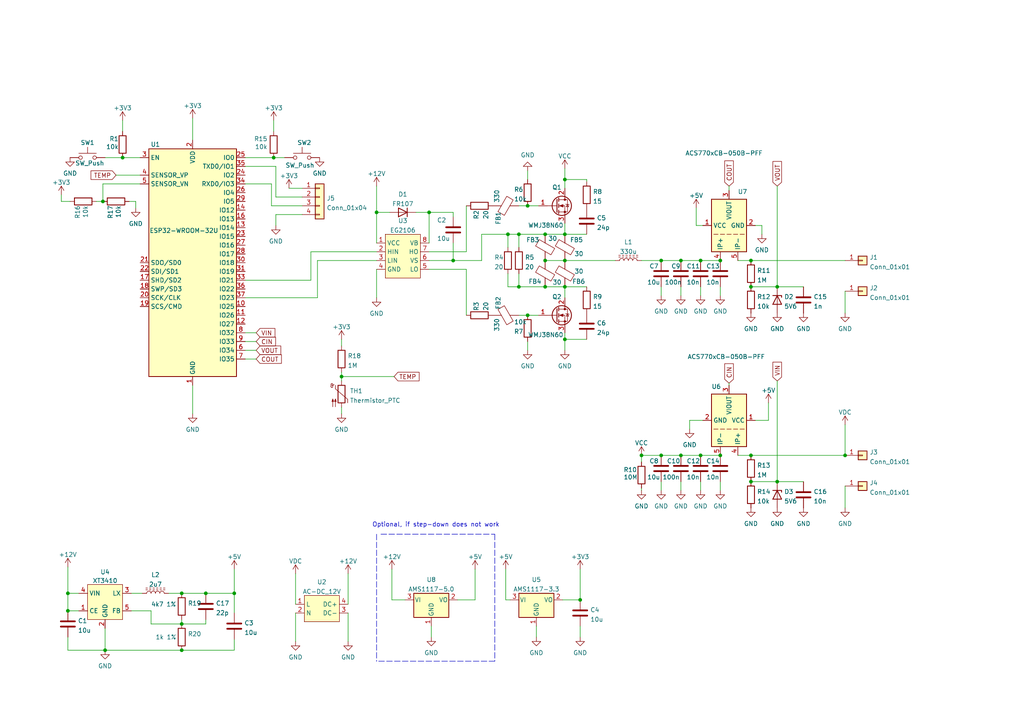
<source format=kicad_sch>
(kicad_sch (version 20211123) (generator eeschema)
  (paper "A4")
  (lib_symbols
    (symbol "2N7002_1" (pin_names hide)
      (property "Reference" "Q1" (at -1.1429 5.3535 0))
      (property "Value" "2N7002_1" (at -8.1279 -5.6766 0))
      (symbol "2N7002_1_1_1"
        (pin input line (at -5.08 0 0) (length 2.54) (name "G") (number "1"))
        (pin passive line (at 2.54 5.08 270) (length 2.54) (name "D") (number "2"))
        (pin passive line (at 2.54 -5.08 90) (length 2.54) (name "S") (number "3"))
      )
    )
    (symbol "Connector:Conn_01x01" (pin_names (offset 1.016) hide)
      (property "Reference" "J" (at 0 2.54 0))
      (property "Value" "Conn_01x01" (at 0 -2.54 0))
      (symbol "Conn_01x01_1_1"
        (pin passive line (at -5.08 0 0) (length 3.81) (name "Pin_1") (number "1"))
      )
    )
    (symbol "Connector:Conn_01x04" (pin_names (offset 1.016) hide)
      (property "Reference" "J" (at 0 5.08 0))
      (property "Value" "Conn_01x04" (at 0 -7.62 0))
      (symbol "Conn_01x04_1_1"
        (pin passive line (at -5.08 2.54 0) (length 3.81) (name "Pin_1") (number "1"))
        (pin passive line (at -5.08 0 0) (length 3.81) (name "Pin_2") (number "2"))
        (pin passive line (at -5.08 -2.54 0) (length 3.81) (name "Pin_3") (number "3"))
        (pin passive line (at -5.08 -5.08 0) (length 3.81) (name "Pin_4") (number "4"))
      )
    )
    (symbol "Device:C" (pin_numbers hide) (pin_names (offset 0.254))
      (property "Reference" "C" (at 0.635 2.54 0))
      (property "Value" "C" (at 0.635 -2.54 0))
      (symbol "C_1_1"
        (pin passive line (at 0 3.81 270) (length 2.794) (name "~") (number "1"))
        (pin passive line (at 0 -3.81 90) (length 2.794) (name "~") (number "2"))
      )
    )
    (symbol "Device:D" (pin_numbers hide) (pin_names (offset 1.016) hide)
      (property "Reference" "D" (at 0 2.54 0))
      (property "Value" "D" (at 0 -2.54 0))
      (symbol "D_1_1"
        (pin passive line (at -3.81 0 0) (length 2.54) (name "K") (number "1"))
        (pin passive line (at 3.81 0 180) (length 2.54) (name "A") (number "2"))
      )
    )
    (symbol "Device:D_Zener" (pin_numbers hide) (pin_names (offset 1.016) hide)
      (property "Reference" "D" (at 0 2.54 0))
      (property "Value" "D_Zener" (at 0 -2.54 0))
      (symbol "D_Zener_1_1"
        (pin passive line (at -3.81 0 0) (length 2.54) (name "K") (number "1"))
        (pin passive line (at 3.81 0 180) (length 2.54) (name "A") (number "2"))
      )
    )
    (symbol "Device:FerriteBead" (pin_numbers hide) (pin_names (offset 0))
      (property "Reference" "FB" (at -3.81 0.635 90))
      (property "Value" "FerriteBead" (at 3.81 0 90))
      (symbol "FerriteBead_1_1"
        (pin passive line (at 0 3.81 270) (length 2.54) (name "~") (number "1"))
        (pin passive line (at 0 -3.81 90) (length 2.54) (name "~") (number "2"))
      )
    )
    (symbol "Device:L_Ferrite" (pin_numbers hide) (pin_names (offset 1.016) hide)
      (property "Reference" "L" (at -1.27 0 90))
      (property "Value" "L_Ferrite" (at 2.794 0 90))
      (symbol "L_Ferrite_1_1"
        (pin passive line (at 0 3.81 270) (length 1.27) (name "1") (number "1"))
        (pin passive line (at 0 -3.81 90) (length 1.27) (name "2") (number "2"))
      )
    )
    (symbol "Device:R" (pin_numbers hide) (pin_names (offset 0))
      (property "Reference" "R" (at 2.032 0 90))
      (property "Value" "R" (at 0 0 90))
      (symbol "R_1_1"
        (pin passive line (at 0 3.81 270) (length 1.27) (name "~") (number "1"))
        (pin passive line (at 0 -3.81 90) (length 1.27) (name "~") (number "2"))
      )
    )
    (symbol "Device:Thermistor_PTC" (pin_numbers hide) (pin_names (offset 0))
      (property "Reference" "TH" (at -4.064 0 90))
      (property "Value" "Thermistor_PTC" (at 3.048 0 90))
      (symbol "Thermistor_PTC_1_1"
        (pin passive line (at 0 3.81 270) (length 1.27) (name "~") (number "1"))
        (pin passive line (at 0 -3.81 90) (length 1.27) (name "~") (number "2"))
      )
    )
    (symbol "RF_Module:ESP32-WROOM-32U"
      (property "Reference" "U" (at -12.7 34.29 0))
      (property "Value" "ESP32-WROOM-32U" (at 1.27 34.29 0))
      (symbol "ESP32-WROOM-32U_1_1"
        (pin power_in line (at 0 -35.56 90) (length 2.54) (name "GND") (number "1"))
        (pin bidirectional line (at 15.24 -12.7 180) (length 2.54) (name "IO25") (number "10"))
        (pin bidirectional line (at 15.24 -15.24 180) (length 2.54) (name "IO26") (number "11"))
        (pin bidirectional line (at 15.24 -17.78 180) (length 2.54) (name "IO27") (number "12"))
        (pin bidirectional line (at 15.24 10.16 180) (length 2.54) (name "IO14") (number "13"))
        (pin bidirectional line (at 15.24 15.24 180) (length 2.54) (name "IO12") (number "14"))
        (pin passive line (at 0 -35.56 90) (length 2.54) hide (name "GND") (number "15"))
        (pin bidirectional line (at 15.24 12.7 180) (length 2.54) (name "IO13") (number "16"))
        (pin bidirectional line (at -15.24 -5.08 0) (length 2.54) (name "SHD/SD2") (number "17"))
        (pin bidirectional line (at -15.24 -7.62 0) (length 2.54) (name "SWP/SD3") (number "18"))
        (pin bidirectional line (at -15.24 -12.7 0) (length 2.54) (name "SCS/CMD") (number "19"))
        (pin power_in line (at 0 35.56 270) (length 2.54) (name "VDD") (number "2"))
        (pin bidirectional line (at -15.24 -10.16 0) (length 2.54) (name "SCK/CLK") (number "20"))
        (pin bidirectional line (at -15.24 0 0) (length 2.54) (name "SDO/SD0") (number "21"))
        (pin bidirectional line (at -15.24 -2.54 0) (length 2.54) (name "SDI/SD1") (number "22"))
        (pin bidirectional line (at 15.24 7.62 180) (length 2.54) (name "IO15") (number "23"))
        (pin bidirectional line (at 15.24 25.4 180) (length 2.54) (name "IO2") (number "24"))
        (pin bidirectional line (at 15.24 30.48 180) (length 2.54) (name "IO0") (number "25"))
        (pin bidirectional line (at 15.24 20.32 180) (length 2.54) (name "IO4") (number "26"))
        (pin bidirectional line (at 15.24 5.08 180) (length 2.54) (name "IO16") (number "27"))
        (pin bidirectional line (at 15.24 2.54 180) (length 2.54) (name "IO17") (number "28"))
        (pin bidirectional line (at 15.24 17.78 180) (length 2.54) (name "IO5") (number "29"))
        (pin input line (at -15.24 30.48 0) (length 2.54) (name "EN") (number "3"))
        (pin bidirectional line (at 15.24 0 180) (length 2.54) (name "IO18") (number "30"))
        (pin bidirectional line (at 15.24 -2.54 180) (length 2.54) (name "IO19") (number "31"))
        (pin no_connect line (at -12.7 -27.94 0) (length 2.54) hide (name "NC") (number "32"))
        (pin bidirectional line (at 15.24 -5.08 180) (length 2.54) (name "IO21") (number "33"))
        (pin bidirectional line (at 15.24 22.86 180) (length 2.54) (name "RXD0/IO3") (number "34"))
        (pin bidirectional line (at 15.24 27.94 180) (length 2.54) (name "TXD0/IO1") (number "35"))
        (pin bidirectional line (at 15.24 -7.62 180) (length 2.54) (name "IO22") (number "36"))
        (pin bidirectional line (at 15.24 -10.16 180) (length 2.54) (name "IO23") (number "37"))
        (pin passive line (at 0 -35.56 90) (length 2.54) hide (name "GND") (number "38"))
        (pin passive line (at 0 -35.56 90) (length 2.54) hide (name "GND") (number "39"))
        (pin input line (at -15.24 25.4 0) (length 2.54) (name "SENSOR_VP") (number "4"))
        (pin input line (at -15.24 22.86 0) (length 2.54) (name "SENSOR_VN") (number "5"))
        (pin input line (at 15.24 -25.4 180) (length 2.54) (name "IO34") (number "6"))
        (pin input line (at 15.24 -27.94 180) (length 2.54) (name "IO35") (number "7"))
        (pin bidirectional line (at 15.24 -20.32 180) (length 2.54) (name "IO32") (number "8"))
        (pin bidirectional line (at 15.24 -22.86 180) (length 2.54) (name "IO33") (number "9"))
      )
    )
    (symbol "Regulator_Linear:AMS1117-3.3" (pin_names (offset 0.254))
      (property "Reference" "U" (at -3.81 3.175 0))
      (property "Value" "AMS1117-3.3" (at 0 3.175 0))
      (symbol "AMS1117-3.3_1_1"
        (pin power_in line (at 0 -7.62 90) (length 2.54) (name "GND") (number "1"))
        (pin power_out line (at 7.62 0 180) (length 2.54) (name "VO") (number "2"))
        (pin power_in line (at -7.62 0 0) (length 2.54) (name "VI") (number "3"))
      )
    )
    (symbol "Regulator_Linear:AMS1117-5.0" (pin_names (offset 0.254))
      (property "Reference" "U" (at -3.81 3.175 0))
      (property "Value" "AMS1117-5.0" (at 0 3.175 0))
      (symbol "AMS1117-5.0_1_1"
        (pin power_in line (at 0 -7.62 90) (length 2.54) (name "GND") (number "1"))
        (pin power_out line (at 7.62 0 180) (length 2.54) (name "VO") (number "2"))
        (pin power_in line (at -7.62 0 0) (length 2.54) (name "VI") (number "3"))
      )
    )
    (symbol "Sensor_Current:ACS770xCB-050B-PFF"
      (property "Reference" "U" (at -7.62 6.35 0))
      (property "Value" "ACS770xCB-050B-PFF" (at 2.54 6.35 0))
      (symbol "ACS770xCB-050B-PFF_1_1"
        (pin power_in line (at 0 7.62 270) (length 2.54) (name "VCC") (number "1"))
        (pin power_in line (at 0 -7.62 90) (length 2.54) (name "GND") (number "2"))
        (pin output line (at 10.16 0 180) (length 2.54) (name "VIOUT") (number "3"))
        (pin passive line (at -10.16 2.54 0) (length 2.54) (name "IP+") (number "4"))
        (pin passive line (at -10.16 -2.54 0) (length 2.54) (name "IP-") (number "5"))
      )
    )
    (symbol "SolarLibrary:AC-DC_12V"
      (property "Reference" "U" (at -3.81 8.89 0))
      (property "Value" "AC-DC_12V" (at 0 -1.27 0))
      (symbol "AC-DC_12V_1_1"
        (pin input line (at -7.62 5.08 0) (length 2.54) (name "L") (number "1"))
        (pin input line (at -7.62 2.54 0) (length 2.54) (name "N") (number "2"))
        (pin input line (at 7.62 2.54 180) (length 2.54) (name "DC-") (number "3"))
        (pin input line (at 7.62 5.08 180) (length 2.54) (name "DC+") (number "4"))
      )
    )
    (symbol "SolarLibrary:EG2106"
      (property "Reference" "U" (at -3.81 13.97 0))
      (property "Value" "EG2106" (at 0 -1.27 0))
      (symbol "EG2106_1_1"
        (pin input line (at -7.62 10.16 0) (length 2.54) (name "VCC") (number "1"))
        (pin input line (at -7.62 7.62 0) (length 2.54) (name "HIN") (number "2"))
        (pin input line (at -7.62 5.08 0) (length 2.54) (name "LIN") (number "3"))
        (pin input line (at -7.62 2.54 0) (length 2.54) (name "GND") (number "4"))
        (pin input line (at 7.62 2.54 180) (length 2.54) (name "LO") (number "5"))
        (pin input line (at 7.62 5.08 180) (length 2.54) (name "VS") (number "6"))
        (pin input line (at 7.62 7.62 180) (length 2.54) (name "HO") (number "7"))
        (pin input line (at 7.62 10.16 180) (length 2.54) (name "VB") (number "8"))
      )
    )
    (symbol "SolarLibrary:XT3410"
      (property "Reference" "U" (at -5.08 11.43 0))
      (property "Value" "XT3410" (at 3.81 11.43 0))
      (symbol "XT3410_1_1"
        (pin input line (at -7.62 2.54 0) (length 2.54) (name "CE") (number "1"))
        (pin input line (at 0 -2.54 90) (length 2.54) (name "GND") (number "2"))
        (pin input line (at 7.62 7.62 180) (length 2.54) (name "LX") (number "3"))
        (pin input line (at -7.62 7.62 0) (length 2.54) (name "VIN") (number "4"))
        (pin input line (at 7.62 2.54 180) (length 2.54) (name "FB") (number "5"))
      )
    )
    (symbol "Switch:SW_Push" (pin_numbers hide) (pin_names (offset 1.016) hide)
      (property "Reference" "SW" (at 1.27 2.54 0))
      (property "Value" "SW_Push" (at 0 -1.524 0))
      (symbol "SW_Push_0_1"
        (pin passive line (at -5.08 0 0) (length 2.54) (name "1") (number "1"))
        (pin passive line (at 5.08 0 180) (length 2.54) (name "2") (number "2"))
      )
    )
    (symbol "power:+12V" (power) (pin_names (offset 0))
      (property "Value" "+12V" (at 0 3.556 0))
      (symbol "+12V_1_1"
        (pin power_in line (at 0 0 90) (length 0) hide (name "+12V") (number "1"))
      )
    )
    (symbol "power:+3.3V" (power) (pin_names (offset 0))
      (property "Value" "+3.3V" (at 0 3.556 0))
      (symbol "+3.3V_1_1"
        (pin power_in line (at 0 0 90) (length 0) hide (name "+3V3") (number "1"))
      )
    )
    (symbol "power:+5V" (power) (pin_names (offset 0))
      (property "Value" "+5V" (at 0 3.556 0))
      (symbol "+5V_1_1"
        (pin power_in line (at 0 0 90) (length 0) hide (name "+5V") (number "1"))
      )
    )
    (symbol "power:GND" (power) (pin_names (offset 0))
      (property "Value" "GND" (at 0 -3.81 0))
      (symbol "GND_1_1"
        (pin power_in line (at 0 0 270) (length 0) hide (name "GND") (number "1"))
      )
    )
    (symbol "power:VCC" (power) (pin_names (offset 0))
      (property "Value" "VCC" (at 0 3.81 0))
      (symbol "VCC_1_1"
        (pin power_in line (at 0 0 90) (length 0) hide (name "VCC") (number "1"))
      )
    )
    (symbol "power:VDC" (power) (pin_names (offset 0))
      (property "Value" "VDC" (at 0 6.35 0))
      (symbol "VDC_1_1"
        (pin power_in line (at 0 0 90) (length 0) hide (name "VDC") (number "1"))
      )
    )
  )
  (junction (at 197.485 75.565))
  (junction (at 191.77 75.565))
  (junction (at 147.32 67.945))
  (junction (at 131.445 75.565))
  (junction (at 163.83 83.185))
  (junction (at 245.11 132.08))
  (junction (at 208.915 132.08))
  (junction (at 150.495 67.945))
  (junction (at 99.06 109.22))
  (junction (at 163.83 75.565))
  (junction (at 163.83 52.07))
  (junction (at 124.46 61.595))
  (junction (at 79.375 45.72))
  (junction (at 163.83 98.425))
  (junction (at 203.2 75.565))
  (junction (at 19.685 172.085))
  (junction (at 109.22 61.595))
  (junction (at 217.805 132.08))
  (junction (at 35.56 45.72))
  (junction (at 217.805 83.185))
  (junction (at 197.485 132.08))
  (junction (at 225.425 83.185))
  (junction (at 52.705 188.595))
  (junction (at 203.2 132.08))
  (junction (at 163.83 67.945))
  (junction (at 29.845 58.42))
  (junction (at 191.77 132.08))
  (junction (at 225.425 139.7))
  (junction (at 208.915 75.565))
  (junction (at 52.705 172.085))
  (junction (at 168.275 173.99))
  (junction (at 158.115 83.185))
  (junction (at 217.805 75.565))
  (junction (at 67.945 172.085))
  (junction (at 59.69 172.085))
  (junction (at 158.115 67.945))
  (junction (at 186.055 132.08))
  (junction (at 153.035 59.69))
  (junction (at 150.495 83.185))
  (junction (at 153.035 91.44))
  (junction (at 52.705 180.975))
  (junction (at 19.685 177.165))
  (junction (at 30.48 188.595))
  (junction (at 158.115 75.565))
  (junction (at 217.805 139.7))
  (wire (pts (xy 99.06 109.22) (xy 114.3 109.22)))
  (wire (pts (xy 79.375 34.925) (xy 79.375 38.1)))
  (wire (pts (xy 197.485 139.7) (xy 197.485 142.24)))
  (wire (pts (xy 150.495 91.44) (xy 153.035 91.44)))
  (wire (pts (xy 80.01 62.23) (xy 80.01 65.405)))
  (wire (pts (xy 87.63 62.23) (xy 80.01 62.23)))
  (polyline (pts (xy 143.51 154.94) (xy 143.51 191.77)))
  (wire (pts (xy 132.715 173.99) (xy 137.795 173.99)))
  (wire (pts (xy 146.685 165.1) (xy 146.685 173.99)))
  (wire (pts (xy 225.425 110.49) (xy 225.425 139.7)))
  (wire (pts (xy 52.705 180.975) (xy 59.69 180.975)))
  (wire (pts (xy 19.685 177.165) (xy 19.685 172.085)))
  (wire (pts (xy 201.93 65.405) (xy 201.93 60.325)))
  (wire (pts (xy 155.575 181.61) (xy 155.575 184.785)))
  (wire (pts (xy 55.88 111.76) (xy 55.88 120.015)))
  (wire (pts (xy 19.685 184.785) (xy 19.685 188.595)))
  (wire (pts (xy 100.965 177.8) (xy 100.965 186.055)))
  (wire (pts (xy 153.035 52.07) (xy 153.035 49.53)))
  (wire (pts (xy 109.22 61.595) (xy 113.03 61.595)))
  (wire (pts (xy 109.22 70.485) (xy 109.22 61.595)))
  (wire (pts (xy 124.46 75.565) (xy 131.445 75.565)))
  (wire (pts (xy 124.46 78.105) (xy 135.255 78.105)))
  (wire (pts (xy 135.255 78.105) (xy 135.255 91.44)))
  (wire (pts (xy 168.275 165.1) (xy 168.275 173.99)))
  (wire (pts (xy 208.915 83.185) (xy 208.915 85.725)))
  (wire (pts (xy 200.025 121.92) (xy 203.835 121.92)))
  (wire (pts (xy 113.665 173.99) (xy 117.475 173.99)))
  (wire (pts (xy 124.46 73.025) (xy 135.255 73.025)))
  (wire (pts (xy 135.255 59.69) (xy 135.255 73.025)))
  (wire (pts (xy 191.77 83.185) (xy 191.77 85.725)))
  (wire (pts (xy 19.685 172.085) (xy 22.86 172.085)))
  (wire (pts (xy 131.445 75.565) (xy 139.7 75.565)))
  (wire (pts (xy 139.7 67.945) (xy 147.32 67.945)))
  (wire (pts (xy 139.7 75.565) (xy 139.7 67.945)))
  (wire (pts (xy 52.705 172.085) (xy 59.69 172.085)))
  (wire (pts (xy 67.945 185.42) (xy 67.945 188.595)))
  (wire (pts (xy 146.685 173.99) (xy 147.955 173.99)))
  (polyline (pts (xy 109.22 154.94) (xy 109.22 191.77)))
  (wire (pts (xy 211.455 53.975) (xy 211.455 55.245)))
  (wire (pts (xy 19.685 188.595) (xy 30.48 188.595)))
  (wire (pts (xy 67.945 165.1) (xy 67.945 172.085)))
  (wire (pts (xy 201.93 65.405) (xy 203.835 65.405)))
  (wire (pts (xy 220.98 67.945) (xy 220.98 65.405)))
  (wire (pts (xy 33.655 50.8) (xy 40.64 50.8)))
  (wire (pts (xy 163.83 98.425) (xy 163.83 96.52)))
  (wire (pts (xy 170.18 98.425) (xy 163.83 98.425)))
  (wire (pts (xy 131.445 70.485) (xy 131.445 75.565)))
  (wire (pts (xy 30.48 188.595) (xy 30.48 182.245)))
  (wire (pts (xy 71.12 96.52) (xy 74.295 96.52)))
  (polyline (pts (xy 143.51 191.77) (xy 109.22 191.77)))
  (wire (pts (xy 99.06 98.425) (xy 99.06 100.33)))
  (wire (pts (xy 71.12 86.36) (xy 92.075 86.36)))
  (wire (pts (xy 92.075 75.565) (xy 109.22 75.565)))
  (wire (pts (xy 92.075 86.36) (xy 92.075 75.565)))
  (wire (pts (xy 99.06 118.11) (xy 99.06 120.015)))
  (wire (pts (xy 153.035 99.06) (xy 153.035 101.6)))
  (wire (pts (xy 170.18 52.07) (xy 170.18 52.705)))
  (wire (pts (xy 158.115 75.565) (xy 163.83 75.565)))
  (wire (pts (xy 150.495 79.375) (xy 150.495 83.185)))
  (wire (pts (xy 120.65 61.595) (xy 124.46 61.595)))
  (wire (pts (xy 124.46 61.595) (xy 124.46 70.485)))
  (wire (pts (xy 163.83 64.77) (xy 163.83 67.945)))
  (wire (pts (xy 203.2 139.7) (xy 203.2 142.24)))
  (wire (pts (xy 213.995 75.565) (xy 217.805 75.565)))
  (wire (pts (xy 217.805 75.565) (xy 245.11 75.565)))
  (wire (pts (xy 197.485 132.08) (xy 203.2 132.08)))
  (wire (pts (xy 163.83 67.945) (xy 170.18 67.945)))
  (wire (pts (xy 163.83 48.895) (xy 163.83 52.07)))
  (wire (pts (xy 168.275 181.61) (xy 168.275 184.785)))
  (wire (pts (xy 245.11 84.455) (xy 245.11 90.805)))
  (wire (pts (xy 71.12 101.6) (xy 74.295 101.6)))
  (wire (pts (xy 19.685 164.465) (xy 19.685 172.085)))
  (wire (pts (xy 163.83 83.185) (xy 170.18 83.185)))
  (wire (pts (xy 71.12 45.72) (xy 79.375 45.72)))
  (wire (pts (xy 79.375 45.72) (xy 82.55 45.72)))
  (wire (pts (xy 38.1 172.085) (xy 41.275 172.085)))
  (wire (pts (xy 59.69 180.975) (xy 59.69 179.705)))
  (wire (pts (xy 163.83 52.07) (xy 170.18 52.07)))
  (wire (pts (xy 163.83 54.61) (xy 163.83 52.07)))
  (wire (pts (xy 71.12 53.34) (xy 78.74 53.34)))
  (wire (pts (xy 78.74 53.34) (xy 78.74 59.69)))
  (wire (pts (xy 78.74 59.69) (xy 87.63 59.69)))
  (wire (pts (xy 197.485 83.185) (xy 197.485 85.725)))
  (wire (pts (xy 163.83 83.185) (xy 163.83 86.36)))
  (wire (pts (xy 109.22 53.975) (xy 109.22 61.595)))
  (wire (pts (xy 163.195 173.99) (xy 168.275 173.99)))
  (wire (pts (xy 219.075 121.92) (xy 222.885 121.92)))
  (wire (pts (xy 30.48 45.72) (xy 35.56 45.72)))
  (wire (pts (xy 35.56 45.72) (xy 40.64 45.72)))
  (wire (pts (xy 137.795 165.1) (xy 137.795 173.99)))
  (wire (pts (xy 71.12 81.28) (xy 90.17 81.28)))
  (wire (pts (xy 90.17 73.025) (xy 109.22 73.025)))
  (wire (pts (xy 90.17 81.28) (xy 90.17 73.025)))
  (wire (pts (xy 245.11 123.19) (xy 245.11 132.08)))
  (wire (pts (xy 48.895 172.085) (xy 52.705 172.085)))
  (wire (pts (xy 225.425 83.185) (xy 233.045 83.185)))
  (polyline (pts (xy 110.49 154.94) (xy 143.51 154.94)))
  (wire (pts (xy 71.12 48.26) (xy 80.01 48.26)))
  (wire (pts (xy 80.01 48.26) (xy 80.01 57.15)))
  (wire (pts (xy 80.01 57.15) (xy 87.63 57.15)))
  (wire (pts (xy 147.32 83.185) (xy 147.32 79.375)))
  (wire (pts (xy 150.495 83.185) (xy 147.32 83.185)))
  (wire (pts (xy 158.115 83.185) (xy 150.495 83.185)))
  (wire (pts (xy 163.83 83.185) (xy 158.115 83.185)))
  (wire (pts (xy 217.805 139.7) (xy 225.425 139.7)))
  (wire (pts (xy 71.12 99.06) (xy 74.295 99.06)))
  (wire (pts (xy 213.995 132.08) (xy 217.805 132.08)))
  (wire (pts (xy 219.075 65.405) (xy 220.98 65.405)))
  (wire (pts (xy 191.77 132.08) (xy 197.485 132.08)))
  (wire (pts (xy 71.12 104.14) (xy 74.295 104.14)))
  (wire (pts (xy 222.885 116.84) (xy 222.885 121.92)))
  (wire (pts (xy 245.11 140.97) (xy 245.11 147.32)))
  (wire (pts (xy 125.095 181.61) (xy 125.095 184.785)))
  (wire (pts (xy 100.965 166.37) (xy 100.965 175.26)))
  (wire (pts (xy 35.56 34.925) (xy 35.56 38.1)))
  (wire (pts (xy 43.815 177.165) (xy 43.815 180.975)))
  (wire (pts (xy 37.465 58.42) (xy 39.37 58.42)))
  (wire (pts (xy 39.37 58.42) (xy 39.37 60.325)))
  (wire (pts (xy 191.77 139.7) (xy 191.77 142.24)))
  (wire (pts (xy 124.46 61.595) (xy 131.445 61.595)))
  (wire (pts (xy 131.445 61.595) (xy 131.445 62.865)))
  (wire (pts (xy 17.78 56.515) (xy 17.78 58.42)))
  (wire (pts (xy 20.32 58.42) (xy 17.78 58.42)))
  (wire (pts (xy 163.83 75.565) (xy 178.435 75.565)))
  (wire (pts (xy 203.2 132.08) (xy 208.915 132.08)))
  (wire (pts (xy 211.455 111.125) (xy 211.455 111.76)))
  (wire (pts (xy 113.665 165.1) (xy 113.665 173.99)))
  (wire (pts (xy 67.945 172.085) (xy 67.945 177.8)))
  (wire (pts (xy 217.805 132.08) (xy 245.11 132.08)))
  (wire (pts (xy 225.425 139.7) (xy 233.045 139.7)))
  (wire (pts (xy 186.055 141.605) (xy 186.055 142.24)))
  (wire (pts (xy 186.055 132.08) (xy 191.77 132.08)))
  (wire (pts (xy 27.94 58.42) (xy 29.845 58.42)))
  (wire (pts (xy 29.845 53.34) (xy 40.64 53.34)))
  (wire (pts (xy 29.845 58.42) (xy 29.845 53.34)))
  (wire (pts (xy 83.82 54.61) (xy 87.63 54.61)))
  (wire (pts (xy 85.725 166.37) (xy 85.725 175.26)))
  (wire (pts (xy 52.705 188.595) (xy 30.48 188.595)))
  (wire (pts (xy 99.06 107.95) (xy 99.06 109.22)))
  (wire (pts (xy 99.06 109.22) (xy 99.06 110.49)))
  (wire (pts (xy 43.815 180.975) (xy 52.705 180.975)))
  (wire (pts (xy 203.2 83.185) (xy 203.2 85.725)))
  (wire (pts (xy 208.915 139.7) (xy 208.915 142.24)))
  (wire (pts (xy 59.69 172.085) (xy 67.945 172.085)))
  (wire (pts (xy 109.22 78.105) (xy 109.22 86.36)))
  (wire (pts (xy 55.88 34.29) (xy 55.88 40.64)))
  (wire (pts (xy 186.055 132.08) (xy 186.055 133.985)))
  (wire (pts (xy 153.035 91.44) (xy 156.21 91.44)))
  (wire (pts (xy 38.1 177.165) (xy 43.815 177.165)))
  (wire (pts (xy 67.945 188.595) (xy 52.705 188.595)))
  (wire (pts (xy 217.805 83.185) (xy 225.425 83.185)))
  (wire (pts (xy 225.425 53.975) (xy 225.425 83.185)))
  (wire (pts (xy 147.32 67.945) (xy 150.495 67.945)))
  (wire (pts (xy 147.32 71.755) (xy 147.32 67.945)))
  (wire (pts (xy 150.495 67.945) (xy 158.115 67.945)))
  (wire (pts (xy 158.115 67.945) (xy 163.83 67.945)))
  (wire (pts (xy 150.495 59.69) (xy 153.035 59.69)))
  (wire (pts (xy 153.035 59.69) (xy 156.21 59.69)))
  (wire (pts (xy 200.025 121.92) (xy 200.025 124.46)))
  (wire (pts (xy 22.86 177.165) (xy 19.685 177.165)))
  (wire (pts (xy 85.725 177.8) (xy 85.725 186.055)))
  (wire (pts (xy 150.495 67.945) (xy 150.495 71.755)))
  (wire (pts (xy 163.83 98.425) (xy 163.83 101.6)))
  (wire (pts (xy 52.705 180.975) (xy 52.705 179.705)))
  (wire (pts (xy 186.055 75.565) (xy 191.77 75.565)))
  (wire (pts (xy 191.77 75.565) (xy 197.485 75.565)))
  (wire (pts (xy 197.485 75.565) (xy 203.2 75.565)))
  (wire (pts (xy 203.2 75.565) (xy 208.915 75.565)))
  (text "Optional, if step-down does not work" (at 107.95 153.035 0) (effects (font (size 1.27 1.27)) (justify left bottom)))
  (global_label "TEMP" (shape input) (at 114.3 109.22 0) (property "Intersheet References" "${INTERSHEET_REFS}" (effects hide)))
  (global_label "VIN" (shape input) (at 74.295 96.52 0) (property "Intersheet References" "${INTERSHEET_REFS}" (effects hide)))
  (global_label "CIN" (shape input) (at 74.295 99.06 0) (property "Intersheet References" "${INTERSHEET_REFS}" (effects hide)))
  (global_label "VIN" (shape input) (at 225.425 110.49 90) (property "Intersheet References" "${INTERSHEET_REFS}" (effects hide)))
  (global_label "VOUT" (shape input) (at 74.295 101.6 0) (property "Intersheet References" "${INTERSHEET_REFS}" (effects hide)))
  (global_label "TEMP" (shape input) (at 33.655 50.8 180) (property "Intersheet References" "${INTERSHEET_REFS}" (effects hide)))
  (global_label "VOUT" (shape input) (at 225.425 53.975 90) (property "Intersheet References" "${INTERSHEET_REFS}" (effects hide)))
  (global_label "COUT" (shape input) (at 211.455 53.975 90) (property "Intersheet References" "${INTERSHEET_REFS}" (effects hide)))
  (global_label "CIN" (shape input) (at 211.455 111.125 90) (property "Intersheet References" "${INTERSHEET_REFS}" (effects hide)))
  (global_label "COUT" (shape input) (at 74.295 104.14 0) (property "Intersheet References" "${INTERSHEET_REFS}" (effects hide)))
  (symbol (lib_id "power:GND") (at 203.2 85.725 0) (unit 1)
    (property "Reference" "#PWR0106" (effects hide))
    (property "Value" "GND" (at 203.2 90.2876 0))
  )
  (symbol (lib_id "Connector:Conn_01x01") (at 250.19 84.455 0) (unit 1)
    (property "Reference" "J2" (at 252.2221 83.5465 0) (effects (justify left)))
    (property "Value" "Conn_01x01" (at 252.2221 86.3216 0) (effects (justify left)))
    (property "Footprint" "HiPowerFP:Keystone_7808" (effects hide))
    (property "Datasheet" "${KIPRJMOD}/datasheets/7808_keystone.pdf" (effects hide))
  )
  (symbol (lib_id "power:+12V") (at 109.22 53.975 0) (unit 1)
    (property "Reference" "#PWR0101" (effects hide))
    (property "Value" "+12V" (at 109.22 50.3704 0))
  )
  (symbol (lib_id "Regulator_Linear:AMS1117-5.0") (at 125.095 173.99 0) (unit 1)
    (property "Reference" "U8" (at 125.095 168.1184 0))
    (property "Value" "AMS1117-5.0" (at 125.095 170.8935 0))
    (property "Footprint" "Package_TO_SOT_SMD:SOT-223-3_TabPin2" (effects hide))
    (property "Datasheet" "http://www.advanced-monolithic.com/pdf/ds1117.pdf" (effects hide))
  )
  (symbol (lib_id "power:VCC") (at 186.055 132.08 0) (unit 1)
    (property "Reference" "#PWR0127" (effects hide))
    (property "Value" "VCC" (at 186.055 128.4754 0))
  )
  (symbol (lib_id "Device:C") (at 59.69 175.895 0) (unit 1)
    (property "Reference" "C17" (at 62.6111 174.9865 0) (effects (justify left)))
    (property "Value" "22p" (at 62.6111 177.7616 0) (effects (justify left)))
    (property "Footprint" "Capacitor_SMD:C_1206_3216Metric" (effects hide))
  )
  (symbol (lib_id "Device:C") (at 208.915 79.375 0) (unit 1)
    (property "Reference" "C13" (at 204.8511 77.1965 0) (effects (justify left)))
    (property "Value" "10n" (at 204.8511 81.8766 0) (effects (justify left)))
    (property "Footprint" "Capacitor_SMD:C_1812_4532Metric" (effects hide))
  )
  (symbol (lib_id "Device:R") (at 153.035 55.88 0) (unit 1)
    (property "Reference" "R6" (at 149.0981 54.9715 0) (effects (justify left)))
    (property "Value" "10k" (at 149.0981 57.7466 0) (effects (justify left)))
    (property "Footprint" "Resistor_SMD:R_1206_3216Metric" (effects hide))
  )
  (symbol (lib_id "Device:C") (at 67.945 181.61 0) (unit 1)
    (property "Reference" "C3" (at 70.8661 180.7015 0) (effects (justify left)))
    (property "Value" "10u" (at 70.8661 183.4766 0) (effects (justify left)))
    (property "Footprint" "Capacitor_SMD:C_1206_3216Metric" (effects hide))
  )
  (symbol (lib_id "power:GND") (at 203.2 142.24 0) (unit 1)
    (property "Reference" "#PWR0122" (effects hide))
    (property "Value" "GND" (at 203.2 146.8026 0))
  )
  (symbol (lib_id "Device:C") (at 203.2 79.375 0) (unit 1)
    (property "Reference" "C11" (at 199.1361 77.1965 0) (effects (justify left)))
    (property "Value" "10n" (at 199.1361 81.8766 0) (effects (justify left)))
    (property "Footprint" "Capacitor_SMD:C_1812_4532Metric" (effects hide))
  )
  (symbol (lib_id "power:GND") (at 109.22 86.36 0) (unit 1)
    (property "Reference" "#PWR0142" (effects hide))
    (property "Value" "GND" (at 109.22 90.9226 0))
  )
  (symbol (lib_id "power:+5V") (at 222.885 116.84 0) (unit 1)
    (property "Reference" "#PWR0128" (effects hide))
    (property "Value" "+5V" (at 222.885 113.2354 0))
  )
  (symbol (lib_id "Device:L_Ferrite") (at 182.245 75.565 90) (unit 1)
    (property "Reference" "L1" (at 182.245 70.2014 90))
    (property "Value" "330u" (at 182.245 72.9765 90))
    (property "Footprint" "Inductor_THT:L_Toroid_Vertical_L54.0mm_W23.8mm_P20.10mm_Bourns_5700" (effects hide))
  )
  (symbol (lib_id "Device:C") (at 233.045 86.995 0) (unit 1)
    (property "Reference" "C15" (at 235.9661 86.0865 0) (effects (justify left)))
    (property "Value" "1n" (at 235.9661 88.8616 0) (effects (justify left)))
    (property "Footprint" "Capacitor_SMD:C_1206_3216Metric" (effects hide))
  )
  (symbol (lib_id "Device:R") (at 139.065 59.69 90) (unit 1)
    (property "Reference" "R2" (at 138.1565 63.6269 0) (effects (justify left)))
    (property "Value" "20" (at 140.9316 63.6269 0) (effects (justify left)))
    (property "Footprint" "Resistor_SMD:R_1206_3216Metric" (effects hide))
  )
  (symbol (lib_id "power:GND") (at 217.805 90.805 0) (unit 1)
    (property "Reference" "#PWR0120" (effects hide))
    (property "Value" "GND" (at 217.805 95.3676 0))
  )
  (symbol (lib_id "power:GND") (at 20.32 45.72 0) (unit 1)
    (property "Reference" "#PWR0145" (effects hide))
    (property "Value" "GND" (at 20.32 50.2826 0))
  )
  (symbol (lib_id "power:GND") (at 153.035 49.53 180) (unit 1)
    (property "Reference" "#PWR0110" (effects hide))
    (property "Value" "GND" (at 153.035 44.9674 0))
  )
  (symbol (lib_id "power:+3.3V") (at 83.82 54.61 0) (unit 1)
    (property "Reference" "#PWR0148" (effects hide))
    (property "Value" "+3.3V" (at 83.82 51.0054 0))
  )
  (symbol (lib_id "power:GND") (at 197.485 85.725 0) (unit 1)
    (property "Reference" "#PWR0105" (effects hide))
    (property "Value" "GND" (at 197.485 90.2876 0))
  )
  (symbol (lib_id "Device:R") (at 52.705 184.785 0) (unit 1)
    (property "Reference" "R20" (at 54.4831 183.8765 0) (effects (justify left)))
    (property "Value" "1k 1%" (at 45.085 184.785 0) (effects (justify left)))
    (property "Footprint" "Resistor_SMD:R_1206_3216Metric" (effects hide))
  )
  (symbol (lib_id "Device:R") (at 35.56 41.91 180) (unit 1)
    (property "Reference" "R1" (at 34.4169 40.2785 0) (effects (justify left)))
    (property "Value" "10k" (at 34.4169 42.5834 0) (effects (justify left)))
    (property "Footprint" "Resistor_SMD:R_1206_3216Metric" (effects hide))
  )
  (symbol (lib_id "Device:C") (at 197.485 135.89 0) (unit 1)
    (property "Reference" "C10" (at 193.4211 133.7115 0) (effects (justify left)))
    (property "Value" "100n" (at 192.1511 138.3916 0) (effects (justify left)))
    (property "Footprint" "Capacitor_SMD:C_1812_4532Metric" (effects hide))
  )
  (symbol (lib_id "Device:R") (at 217.805 79.375 0) (unit 1)
    (property "Reference" "R11" (at 219.5831 78.4665 0) (effects (justify left)))
    (property "Value" "1M" (at 219.5831 81.2416 0) (effects (justify left)))
    (property "Footprint" "Resistor_SMD:R_1206_3216Metric" (effects hide))
  )
  (symbol (lib_id "power:+5V") (at 67.945 165.1 0) (unit 1)
    (property "Reference" "#PWR0153" (effects hide))
    (property "Value" "+5V" (at 67.945 161.4954 0))
  )
  (symbol (lib_id "Device:R") (at 153.035 95.25 0) (mirror x) (unit 1)
    (property "Reference" "R7" (at 149.0981 96.1585 0) (effects (justify left)))
    (property "Value" "10k" (at 149.0981 93.3834 0) (effects (justify left)))
    (property "Footprint" "Resistor_SMD:R_1206_3216Metric" (effects hide))
  )
  (symbol (lib_id "power:GND") (at 55.88 120.015 0) (unit 1)
    (property "Reference" "#PWR0141" (effects hide))
    (property "Value" "GND" (at 55.88 124.5776 0))
  )
  (symbol (lib_id "power:+5V") (at 201.93 60.325 0) (unit 1)
    (property "Reference" "#PWR0108" (effects hide))
    (property "Value" "+5V" (at 201.93 56.7204 0))
  )
  (symbol (lib_id "Device:C") (at 203.2 135.89 0) (unit 1)
    (property "Reference" "C12" (at 199.1361 133.7115 0) (effects (justify left)))
    (property "Value" "10n" (at 199.1361 138.3916 0) (effects (justify left)))
    (property "Footprint" "Capacitor_SMD:C_1812_4532Metric" (effects hide))
  )
  (symbol (lib_id "Device:FerriteBead") (at 158.115 71.755 0) (unit 1)
    (property "Reference" "FB3" (at 152.6287 69.5765 0) (effects (justify left)))
    (property "Value" "30" (at 158.9787 69.1766 0) (effects (justify left)))
    (property "Footprint" "Inductor_SMD:L_1206_3216Metric" (effects hide))
  )
  (symbol (lib_id "RF_Module:ESP32-WROOM-32U") (at 55.88 76.2 0) (unit 1)
    (property "Reference" "U1" (at 45.085 41.8804 0))
    (property "Value" "ESP32-WROOM-32U" (at 53.34 66.8805 0))
    (property "Footprint" "WLAN modules:ESP32-WROOM-32" (effects hide))
    (property "Datasheet" "https://www.espressif.com/sites/default/files/documentation/esp32-wroom-32d_esp32-wroom-32u_datasheet_en.pdf" (effects hide))
  )
  (symbol (lib_id "Device:FerriteBead") (at 163.83 79.375 0) (unit 1)
    (property "Reference" "FB6" (at 165.9637 81.6415 0) (effects (justify left)))
    (property "Value" "30" (at 166.5987 78.7016 0) (effects (justify left)))
    (property "Footprint" "Inductor_SMD:L_1206_3216Metric" (effects hide))
  )
  (symbol (lib_id "power:GND") (at 191.77 142.24 0) (unit 1)
    (property "Reference" "#PWR0124" (effects hide))
    (property "Value" "GND" (at 191.77 146.8026 0))
  )
  (symbol (lib_id "power:GND") (at 80.01 65.405 0) (unit 1)
    (property "Reference" "#PWR0143" (effects hide))
    (property "Value" "GND" (at 80.01 69.9676 0))
  )
  (symbol (lib_id "power:+12V") (at 113.665 165.1 0) (unit 1)
    (property "Reference" "#PWR0154" (effects hide))
    (property "Value" "+12V" (at 113.665 161.4954 0))
  )
  (symbol (lib_id "Device:FerriteBead") (at 146.685 91.44 90) (mirror x) (unit 1)
    (property "Reference" "FB2" (at 144.5065 85.9537 0) (effects (justify left)))
    (property "Value" "330" (at 144.1066 92.3037 0) (effects (justify left)))
    (property "Footprint" "Inductor_SMD:L_1206_3216Metric" (effects hide))
  )
  (symbol (lib_id "Device:R") (at 150.495 75.565 0) (unit 1)
    (property "Reference" "R5" (at 152.2731 74.6565 0) (effects (justify left)))
    (property "Value" "20" (at 152.2731 77.4316 0) (effects (justify left)))
    (property "Footprint" "Resistor_SMD:R_1206_3216Metric" (effects hide))
  )
  (symbol (lib_id "Device:R") (at 147.32 75.565 0) (unit 1)
    (property "Reference" "R4" (at 143.3831 74.6565 0) (effects (justify left)))
    (property "Value" "20" (at 143.3831 77.4316 0) (effects (justify left)))
    (property "Footprint" "Resistor_SMD:R_1206_3216Metric" (effects hide))
  )
  (symbol (lib_id "power:+5V") (at 146.685 165.1 0) (unit 1)
    (property "Reference" "#PWR0139" (effects hide))
    (property "Value" "+5V" (at 146.685 161.4954 0))
  )
  (symbol (lib_id "Device:R") (at 217.805 86.995 0) (unit 1)
    (property "Reference" "R12" (at 219.5831 86.0865 0) (effects (justify left)))
    (property "Value" "10k" (at 219.5831 88.8616 0) (effects (justify left)))
    (property "Footprint" "Resistor_SMD:R_1206_3216Metric" (effects hide))
  )
  (symbol (lib_id "power:GND") (at 225.425 147.32 0) (unit 1)
    (property "Reference" "#PWR0115" (effects hide))
    (property "Value" "GND" (at 225.425 151.8826 0))
  )
  (symbol (lib_id "Connector:Conn_01x01") (at 250.19 75.565 0) (unit 1)
    (property "Reference" "J1" (at 252.2221 74.6565 0) (effects (justify left)))
    (property "Value" "Conn_01x01" (at 252.2221 77.4316 0) (effects (justify left)))
    (property "Footprint" "HiPowerFP:Keystone_7808" (effects hide))
    (property "Datasheet" "${KIPRJMOD}/datasheets/7808_keystone.pdf" (effects hide))
  )
  (symbol (lib_id "Device:R") (at 99.06 104.14 0) (unit 1)
    (property "Reference" "R18" (at 100.8381 103.2315 0) (effects (justify left)))
    (property "Value" "1M" (at 100.8381 106.0066 0) (effects (justify left)))
    (property "Footprint" "Resistor_SMD:R_1206_3216Metric" (effects hide))
  )
  (symbol (lib_id "Device:R") (at 79.375 41.91 180) (unit 1)
    (property "Reference" "R15" (at 77.5969 40.2785 0) (effects (justify left)))
    (property "Value" "10k" (at 77.5969 42.5834 0) (effects (justify left)))
    (property "Footprint" "Resistor_SMD:R_1206_3216Metric" (effects hide))
  )
  (symbol (lib_id "Device:C") (at 191.77 135.89 0) (unit 1)
    (property "Reference" "C8" (at 188.3411 133.7115 0) (effects (justify left)))
    (property "Value" "10u" (at 187.7061 138.3916 0) (effects (justify left)))
    (property "Footprint" "HiPowerFP:CP_Rect_L42.0mm_T20.0mm_H40.0mm" (effects hide))
  )
  (symbol (lib_id "Sensor_Current:ACS770xCB-050B-PFF") (at 211.455 65.405 90) (unit 1)
    (property "Reference" "U7" (at 213.9951 55.6065 90) (effects (justify right)))
    (property "Value" "ACS770xCB-050B-PFF" (at 198.7551 44.4116 90) (effects (justify right)))
    (property "Footprint" "Sensor_Current:Allegro_CB_PFF" (effects hide))
    (property "Datasheet" "http://www.allegromicro.com/~/media/Files/Datasheets/ACS758-Datasheet.ashx?la=en" (effects hide))
  )
  (symbol (lib_id "Device:C") (at 170.18 94.615 0) (unit 1)
    (property "Reference" "C6" (at 173.1011 93.7065 0) (effects (justify left)))
    (property "Value" "24p" (at 173.1011 96.4816 0) (effects (justify left)))
    (property "Footprint" "Capacitor_SMD:C_1206_3216Metric" (effects hide))
  )
  (symbol (lib_id "Connector:Conn_01x01") (at 250.19 132.08 0) (unit 1)
    (property "Reference" "J3" (at 252.2221 131.1715 0) (effects (justify left)))
    (property "Value" "Conn_01x01" (at 252.2221 133.9466 0) (effects (justify left)))
    (property "Footprint" "HiPowerFP:Keystone_7808" (effects hide))
    (property "Datasheet" "${KIPRJMOD}/datasheets/7808_keystone.pdf" (effects hide))
  )
  (symbol (lib_id "power:GND") (at 217.805 147.32 0) (unit 1)
    (property "Reference" "#PWR0116" (effects hide))
    (property "Value" "GND" (at 217.805 151.8826 0))
  )
  (symbol (lib_id "SolarLibrary:AC-DC_12V") (at 93.345 180.34 0) (unit 1)
    (property "Reference" "U2" (at 93.345 168.8042 0))
    (property "Value" "AC-DC_12V" (at 93.345 171.5793 0))
    (property "Footprint" "HiPowerFP:HLK-PM12" (effects hide))
    (property "Datasheet" "https://datasheet.lcsc.com/szlcsc/1909111105_HI-LINK-HLK-PM24_C399250.pdf" (effects hide))
  )
  (symbol (lib_id "Device:R") (at 170.18 56.515 0) (unit 1)
    (property "Reference" "R8" (at 171.9581 55.6065 0) (effects (justify left)))
    (property "Value" "15" (at 171.9581 58.3816 0) (effects (justify left)))
    (property "Footprint" "Resistor_SMD:R_1206_3216Metric" (effects hide))
  )
  (symbol (lib_id "Device:FerriteBead") (at 158.115 79.375 0) (unit 1)
    (property "Reference" "FB4" (at 153.2637 81.6415 0) (effects (justify left)))
    (property "Value" "30" (at 160.2487 81.8766 0) (effects (justify left)))
    (property "Footprint" "Inductor_SMD:L_1206_3216Metric" (effects hide))
  )
  (symbol (lib_id "power:+12V") (at 100.965 166.37 0) (unit 1)
    (property "Reference" "#PWR0137" (effects hide))
    (property "Value" "+12V" (at 100.965 162.7654 0))
  )
  (symbol (lib_id "power:GND") (at 125.095 184.785 0) (unit 1)
    (property "Reference" "#PWR0155" (effects hide))
    (property "Value" "GND" (at 125.095 189.3476 0))
  )
  (symbol (lib_id "Device:R") (at 33.655 58.42 270) (unit 1)
    (property "Reference" "R17" (at 32.0235 59.5631 0) (effects (justify left)))
    (property "Value" "10k" (at 34.3284 59.5631 0) (effects (justify left)))
    (property "Footprint" "Resistor_SMD:R_1206_3216Metric" (effects hide))
  )
  (symbol (lib_id "Switch:SW_Push") (at 25.4 45.72 0) (unit 1)
    (property "Reference" "SW1" (at 25.4 41.3724 0))
    (property "Value" "SW_Push" (at 26.035 47.3225 0))
    (property "Footprint" "Button_Switch_SMD:SW_Push_1P1T_NO_6x6mm_H9.5mm" (effects hide))
  )
  (symbol (lib_id "Device:D") (at 116.84 61.595 180) (unit 1)
    (property "Reference" "D1" (at 116.84 56.3584 0))
    (property "Value" "FR107" (at 116.84 59.1335 0))
    (property "Footprint" "Diode_SMD:D_SOD-123" (effects hide))
    (property "Datasheet" "${KIPRJMOD}/datasheets/JSMSEMI-FR107.pdf" (effects hide))
    (property "Distributor" "www.lcsc.com" (effects hide))
  )
  (symbol (lib_id "power:GND") (at 155.575 184.785 0) (unit 1)
    (property "Reference" "#PWR0134" (effects hide))
    (property "Value" "GND" (at 155.575 189.3476 0))
  )
  (symbol (lib_id "power:GND") (at 233.045 147.32 0) (unit 1)
    (property "Reference" "#PWR0117" (effects hide))
    (property "Value" "GND" (at 233.045 151.8826 0))
  )
  (symbol (lib_id "Device:C") (at 170.18 64.135 0) (unit 1)
    (property "Reference" "C5" (at 173.1011 63.2265 0) (effects (justify left)))
    (property "Value" "24p" (at 173.1011 66.0016 0) (effects (justify left)))
    (property "Footprint" "Capacitor_SMD:C_1206_3216Metric" (effects hide))
  )
  (symbol (lib_name "2N7002_1") (lib_id "Transistor_FET:2N7002") (at 161.29 91.44 0) (unit 1)
    (property "Reference" "Q2" (at 160.1471 86.0865 0) (effects (justify left)))
    (property "Value" "WMJ38N60" (at 153.1621 97.1166 0) (effects (justify left)))
    (property "Footprint" "Package_TO_SOT_THT:TO-247-3_Vertical" (effects hide))
    (property "Datasheet" "https://www.onsemi.com/pub/Collateral/NDS7002A-D.PDF" (effects hide))
  )
  (symbol (lib_id "power:GND") (at 186.055 142.24 0) (unit 1)
    (property "Reference" "#PWR0126" (effects hide))
    (property "Value" "GND" (at 186.055 146.8026 0))
  )
  (symbol (lib_id "Regulator_Linear:AMS1117-3.3") (at 155.575 173.99 0) (unit 1)
    (property "Reference" "U5" (at 155.575 168.1184 0))
    (property "Value" "AMS1117-3.3" (at 155.575 170.8935 0))
    (property "Footprint" "Package_TO_SOT_SMD:SOT-223-3_TabPin2" (effects hide))
    (property "Datasheet" "http://www.advanced-monolithic.com/pdf/ds1117.pdf" (effects hide))
  )
  (symbol (lib_id "power:GND") (at 197.485 142.24 0) (unit 1)
    (property "Reference" "#PWR0125" (effects hide))
    (property "Value" "GND" (at 197.485 146.8026 0))
  )
  (symbol (lib_id "power:GND") (at 220.98 67.945 0) (unit 1)
    (property "Reference" "#PWR0107" (effects hide))
    (property "Value" "GND" (at 220.98 72.5076 0))
  )
  (symbol (lib_id "Device:C") (at 233.045 143.51 0) (unit 1)
    (property "Reference" "C16" (at 235.9661 142.6015 0) (effects (justify left)))
    (property "Value" "10n" (at 235.9661 145.3766 0) (effects (justify left)))
    (property "Footprint" "Capacitor_SMD:C_1206_3216Metric" (effects hide))
  )
  (symbol (lib_id "power:+3.3V") (at 55.88 34.29 0) (unit 1)
    (property "Reference" "#PWR0140" (effects hide))
    (property "Value" "+3.3V" (at 55.88 30.6854 0))
  )
  (symbol (lib_id "Device:D_Zener") (at 225.425 143.51 270) (unit 1)
    (property "Reference" "D3" (at 227.4571 142.6015 90) (effects (justify left)))
    (property "Value" "5V6" (at 227.4571 145.3766 90) (effects (justify left)))
    (property "Footprint" "Diode_SMD:D_1206_3216Metric" (effects hide))
  )
  (symbol (lib_id "Device:R") (at 24.13 58.42 270) (unit 1)
    (property "Reference" "R16" (at 22.4985 59.5631 0) (effects (justify left)))
    (property "Value" "10k" (at 24.8034 59.5631 0) (effects (justify left)))
    (property "Footprint" "Resistor_SMD:R_1206_3216Metric" (effects hide))
  )
  (symbol (lib_id "power:GND") (at 191.77 85.725 0) (unit 1)
    (property "Reference" "#PWR0119" (effects hide))
    (property "Value" "GND" (at 191.77 90.2876 0))
  )
  (symbol (lib_id "power:GND") (at 245.11 90.805 0) (unit 1)
    (property "Reference" "#PWR0118" (effects hide))
    (property "Value" "GND" (at 245.11 95.3676 0))
  )
  (symbol (lib_id "Device:Thermistor_PTC") (at 99.06 114.3 0) (unit 1)
    (property "Reference" "TH1" (at 101.4731 113.3915 0) (effects (justify left)))
    (property "Value" "Thermistor_PTC" (at 101.4731 116.1666 0) (effects (justify left)))
    (property "Footprint" "Connector_PinHeader_2.54mm:PinHeader_1x02_P2.54mm_Vertical" (effects hide))
  )
  (symbol (lib_id "Device:L_Ferrite") (at 45.085 172.085 90) (unit 1)
    (property "Reference" "L2" (at 45.085 166.7214 90))
    (property "Value" "2u7" (at 45.085 169.4965 90))
    (property "Footprint" "Inductor_SMD:L_1206_3216Metric" (effects hide))
  )
  (symbol (lib_id "SolarLibrary:EG2106") (at 116.84 80.645 0) (unit 1)
    (property "Reference" "U3" (at 116.84 64.0292 0))
    (property "Value" "EG2106" (at 116.84 66.8043 0))
    (property "Footprint" "Package_SO:SO-8_3.9x4.9mm_P1.27mm" (effects hide))
  )
  (symbol (lib_id "Sensor_Current:ACS770xCB-050B-PFF") (at 211.455 121.92 270) (mirror x) (unit 1)
    (property "Reference" "U6" (at 206.3751 112.1215 90) (effects (justify left)))
    (property "Value" "ACS770xCB-050B-PFF" (at 199.3901 103.4666 90) (effects (justify left)))
    (property "Footprint" "Sensor_Current:Allegro_CB_PFF" (effects hide))
    (property "Datasheet" "http://www.allegromicro.com/~/media/Files/Datasheets/ACS758-Datasheet.ashx?la=en" (effects hide))
  )
  (symbol (lib_id "power:GND") (at 200.025 124.46 0) (unit 1)
    (property "Reference" "#PWR0123" (effects hide))
    (property "Value" "GND" (at 200.025 129.0226 0))
  )
  (symbol (lib_id "Device:R") (at 217.805 135.89 0) (unit 1)
    (property "Reference" "R13" (at 219.5831 134.9815 0) (effects (justify left)))
    (property "Value" "1M" (at 219.5831 137.7566 0) (effects (justify left)))
    (property "Footprint" "Resistor_SMD:R_1206_3216Metric" (effects hide))
  )
  (symbol (lib_id "Device:R") (at 217.805 143.51 0) (unit 1)
    (property "Reference" "R14" (at 219.5831 142.6015 0) (effects (justify left)))
    (property "Value" "10k" (at 219.5831 145.3766 0) (effects (justify left)))
    (property "Footprint" "Resistor_SMD:R_1206_3216Metric" (effects hide))
  )
  (symbol (lib_id "Device:R") (at 170.18 86.995 0) (unit 1)
    (property "Reference" "R9" (at 171.9581 86.0865 0) (effects (justify left)))
    (property "Value" "15" (at 171.9581 88.8616 0) (effects (justify left)))
    (property "Footprint" "Resistor_SMD:R_1206_3216Metric" (effects hide))
  )
  (symbol (lib_name "2N7002_1") (lib_id "Transistor_FET:2N7002") (at 161.29 59.69 0) (unit 1)
    (property "Reference" "Q1" (at 160.1471 54.3365 0) (effects (justify left)))
    (property "Value" "WMJ38N60" (at 153.1621 65.3666 0) (effects (justify left)))
    (property "Footprint" "Package_TO_SOT_THT:TO-247-3_Vertical" (effects hide))
    (property "Datasheet" "https://www.onsemi.com/pub/Collateral/NDS7002A-D.PDF" (effects hide))
  )
  (symbol (lib_id "Device:C") (at 197.485 79.375 0) (unit 1)
    (property "Reference" "C9" (at 194.6911 77.1965 0) (effects (justify left)))
    (property "Value" "100n" (at 192.7861 81.8766 0) (effects (justify left)))
    (property "Footprint" "Capacitor_SMD:C_1812_4532Metric" (effects hide))
  )
  (symbol (lib_id "power:GND") (at 208.915 142.24 0) (unit 1)
    (property "Reference" "#PWR0121" (effects hide))
    (property "Value" "GND" (at 208.915 146.8026 0))
  )
  (symbol (lib_id "SolarLibrary:XT3410") (at 30.48 179.705 0) (unit 1)
    (property "Reference" "U4" (at 30.48 165.896 0))
    (property "Value" "XT3410" (at 30.48 168.4329 0))
    (property "Footprint" "Package_TO_SOT_SMD:SOT-23-5" (effects hide))
    (property "Datasheet" "https://datasheet.lcsc.com/lcsc/1811151653_NATLINEAR-XT3410AFMR-G_C190829.pdf" (effects hide))
  )
  (symbol (lib_id "power:+5V") (at 137.795 165.1 0) (unit 1)
    (property "Reference" "#PWR0129" (effects hide))
    (property "Value" "+5V" (at 137.795 161.4954 0))
  )
  (symbol (lib_id "Device:C") (at 168.275 177.8 0) (unit 1)
    (property "Reference" "C4" (at 171.1961 176.8915 0) (effects (justify left)))
    (property "Value" "10u" (at 171.1961 179.6666 0) (effects (justify left)))
    (property "Footprint" "Capacitor_SMD:C_1206_3216Metric" (effects hide))
  )
  (symbol (lib_id "power:VDC") (at 85.725 166.37 0) (unit 1)
    (property "Reference" "#PWR0136" (effects hide))
    (property "Value" "VDC" (at 85.725 162.7654 0))
  )
  (symbol (lib_id "power:GND") (at 99.06 120.015 0) (unit 1)
    (property "Reference" "#PWR0150" (effects hide))
    (property "Value" "GND" (at 99.06 124.5776 0))
  )
  (symbol (lib_id "Connector:Conn_01x04") (at 92.71 57.15 0) (unit 1)
    (property "Reference" "J5" (at 94.7421 57.5115 0) (effects (justify left)))
    (property "Value" "Conn_01x04" (at 94.7421 60.2866 0) (effects (justify left)))
    (property "Footprint" "Connector_PinHeader_2.54mm:PinHeader_1x04_P2.54mm_Vertical" (effects hide))
  )
  (symbol (lib_id "Connector:Conn_01x01") (at 250.19 140.97 0) (unit 1)
    (property "Reference" "J4" (at 252.2221 140.0615 0) (effects (justify left)))
    (property "Value" "Conn_01x01" (at 252.2221 142.8366 0) (effects (justify left)))
    (property "Footprint" "HiPowerFP:Keystone_7808" (effects hide))
    (property "Datasheet" "${KIPRJMOD}/datasheets/7808_keystone.pdf" (effects hide))
  )
  (symbol (lib_id "power:GND") (at 30.48 188.595 0) (unit 1)
    (property "Reference" "#PWR0130" (effects hide))
    (property "Value" "GND" (at 30.48 193.1576 0))
  )
  (symbol (lib_id "power:+3.3V") (at 79.375 34.925 0) (unit 1)
    (property "Reference" "#PWR0146" (effects hide))
    (property "Value" "+3.3V" (at 79.375 31.3204 0))
  )
  (symbol (lib_id "power:GND") (at 245.11 147.32 0) (unit 1)
    (property "Reference" "#PWR0111" (effects hide))
    (property "Value" "GND" (at 245.11 151.8826 0))
  )
  (symbol (lib_id "Switch:SW_Push") (at 87.63 45.72 0) (unit 1)
    (property "Reference" "SW2" (at 88.265 41.3724 0))
    (property "Value" "SW_Push" (at 86.995 47.9575 0))
    (property "Footprint" "Button_Switch_SMD:SW_Push_1P1T_NO_6x6mm_H9.5mm" (effects hide))
  )
  (symbol (lib_id "power:GND") (at 233.045 90.805 0) (unit 1)
    (property "Reference" "#PWR0114" (effects hide))
    (property "Value" "GND" (at 233.045 95.3676 0))
  )
  (symbol (lib_id "Device:C") (at 191.77 79.375 0) (unit 1)
    (property "Reference" "C7" (at 188.3411 77.1965 0) (effects (justify left)))
    (property "Value" "10u" (at 187.7061 81.8766 0) (effects (justify left)))
    (property "Footprint" "HiPowerFP:CP_Rect_L42.0mm_T20.0mm_H40.0mm" (effects hide))
  )
  (symbol (lib_id "power:+3.3V") (at 35.56 34.925 0) (unit 1)
    (property "Reference" "#PWR0144" (effects hide))
    (property "Value" "+3.3V" (at 35.56 31.3204 0))
  )
  (symbol (lib_id "power:VCC") (at 163.83 48.895 0) (unit 1)
    (property "Reference" "#PWR0109" (effects hide))
    (property "Value" "VCC" (at 163.83 45.2904 0))
  )
  (symbol (lib_id "power:+3.3V") (at 17.78 56.515 0) (unit 1)
    (property "Reference" "#PWR0152" (effects hide))
    (property "Value" "+3.3V" (at 17.78 52.9104 0))
  )
  (symbol (lib_id "power:GND") (at 153.035 101.6 0) (unit 1)
    (property "Reference" "#PWR0103" (effects hide))
    (property "Value" "GND" (at 153.035 106.1626 0))
  )
  (symbol (lib_id "Device:R") (at 139.065 91.44 90) (mirror x) (unit 1)
    (property "Reference" "R3" (at 138.1565 87.5031 0) (effects (justify left)))
    (property "Value" "20" (at 140.9316 87.5031 0) (effects (justify left)))
    (property "Footprint" "Resistor_SMD:R_1206_3216Metric" (effects hide))
  )
  (symbol (lib_id "Device:C") (at 131.445 66.675 180) (unit 1)
    (property "Reference" "C2" (at 126.7461 63.8615 0) (effects (justify right)))
    (property "Value" "10u" (at 126.7461 69.1766 0) (effects (justify right)))
    (property "Footprint" "Capacitor_SMD:C_1206_3216Metric" (effects hide))
  )
  (symbol (lib_id "power:GND") (at 225.425 90.805 0) (unit 1)
    (property "Reference" "#PWR0113" (effects hide))
    (property "Value" "GND" (at 225.425 95.3676 0))
  )
  (symbol (lib_id "power:GND") (at 92.71 45.72 0) (unit 1)
    (property "Reference" "#PWR0147" (effects hide))
    (property "Value" "GND" (at 92.71 50.2826 0))
  )
  (symbol (lib_id "power:GND") (at 100.965 186.055 0) (unit 1)
    (property "Reference" "#PWR0132" (effects hide))
    (property "Value" "GND" (at 100.965 190.6176 0))
  )
  (symbol (lib_id "Device:C") (at 208.915 135.89 0) (unit 1)
    (property "Reference" "C14" (at 204.8511 133.7115 0) (effects (justify left)))
    (property "Value" "10n" (at 204.8511 138.3916 0) (effects (justify left)))
    (property "Footprint" "Capacitor_SMD:C_1812_4532Metric" (effects hide))
  )
  (symbol (lib_id "power:+12V") (at 19.685 164.465 0) (unit 1)
    (property "Reference" "#PWR0133" (effects hide))
    (property "Value" "+12V" (at 19.685 160.8604 0))
  )
  (symbol (lib_id "power:GND") (at 39.37 60.325 0) (unit 1)
    (property "Reference" "#PWR0149" (effects hide))
    (property "Value" "GND" (at 39.37 64.8876 0))
  )
  (symbol (lib_id "power:GND") (at 85.725 186.055 0) (unit 1)
    (property "Reference" "#PWR0131" (effects hide))
    (property "Value" "GND" (at 85.725 190.6176 0))
  )
  (symbol (lib_id "power:+3.3V") (at 168.275 165.1 0) (unit 1)
    (property "Reference" "#PWR0138" (effects hide))
    (property "Value" "+3.3V" (at 168.275 161.4954 0))
  )
  (symbol (lib_id "Device:D_Zener") (at 225.425 86.995 270) (unit 1)
    (property "Reference" "D2" (at 227.4571 86.0865 90) (effects (justify left)))
    (property "Value" "5V6" (at 227.4571 88.8616 90) (effects (justify left)))
    (property "Footprint" "Diode_SMD:D_1206_3216Metric" (effects hide))
  )
  (symbol (lib_id "Device:R") (at 186.055 137.795 0) (unit 1)
    (property "Reference" "R10" (at 180.8481 136.2515 0) (effects (justify left)))
    (property "Value" "10M" (at 180.8481 138.3916 0) (effects (justify left)))
    (property "Footprint" "Resistor_SMD:R_1812_4532Metric" (effects hide))
  )
  (symbol (lib_id "power:GND") (at 163.83 101.6 0) (unit 1)
    (property "Reference" "#PWR0102" (effects hide))
    (property "Value" "GND" (at 163.83 106.1626 0))
  )
  (symbol (lib_id "power:GND") (at 168.275 184.785 0) (unit 1)
    (property "Reference" "#PWR0135" (effects hide))
    (property "Value" "GND" (at 168.275 189.3476 0))
  )
  (symbol (lib_id "Device:C") (at 19.685 180.975 0) (unit 1)
    (property "Reference" "C1" (at 22.6061 180.0665 0) (effects (justify left)))
    (property "Value" "10u" (at 22.6061 182.8416 0) (effects (justify left)))
    (property "Footprint" "Capacitor_SMD:C_1206_3216Metric" (effects hide))
  )
  (symbol (lib_id "power:VDC") (at 245.11 123.19 0) (unit 1)
    (property "Reference" "#PWR0112" (effects hide))
    (property "Value" "VDC" (at 245.11 119.5854 0))
  )
  (symbol (lib_id "Device:FerriteBead") (at 146.685 59.69 90) (unit 1)
    (property "Reference" "FB1" (at 144.5065 65.1763 0) (effects (justify left)))
    (property "Value" "330" (at 144.1066 58.8263 0) (effects (justify left)))
    (property "Footprint" "Inductor_SMD:L_1206_3216Metric" (effects hide))
  )
  (symbol (lib_id "Device:FerriteBead") (at 163.83 71.755 0) (unit 1)
    (property "Reference" "FB5" (at 165.3287 69.5765 0) (effects (justify left)))
    (property "Value" "30" (at 166.5987 73.6216 0) (effects (justify left)))
    (property "Footprint" "Inductor_SMD:L_1206_3216Metric" (effects hide))
  )
  (symbol (lib_id "power:GND") (at 208.915 85.725 0) (unit 1)
    (property "Reference" "#PWR0104" (effects hide))
    (property "Value" "GND" (at 208.915 90.2876 0))
  )
  (symbol (lib_id "power:+3.3V") (at 99.06 98.425 0) (unit 1)
    (property "Reference" "#PWR0151" (effects hide))
    (property "Value" "+3.3V" (at 99.06 94.8204 0))
  )
  (symbol (lib_id "Device:R") (at 52.705 175.895 0) (unit 1)
    (property "Reference" "R19" (at 54.4831 174.9865 0) (effects (justify left)))
    (property "Value" "4k7 1%" (at 43.815 175.26 0) (effects (justify left)))
    (property "Footprint" "Resistor_SMD:R_1206_3216Metric" (effects hide))
  )
)
</source>
